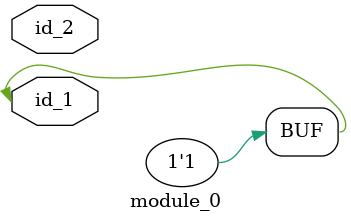
<source format=v>
module module_0 (
    id_1,
    id_2
);
  input id_2;
  inout id_1;
  assign id_1 = 1;
endmodule

</source>
